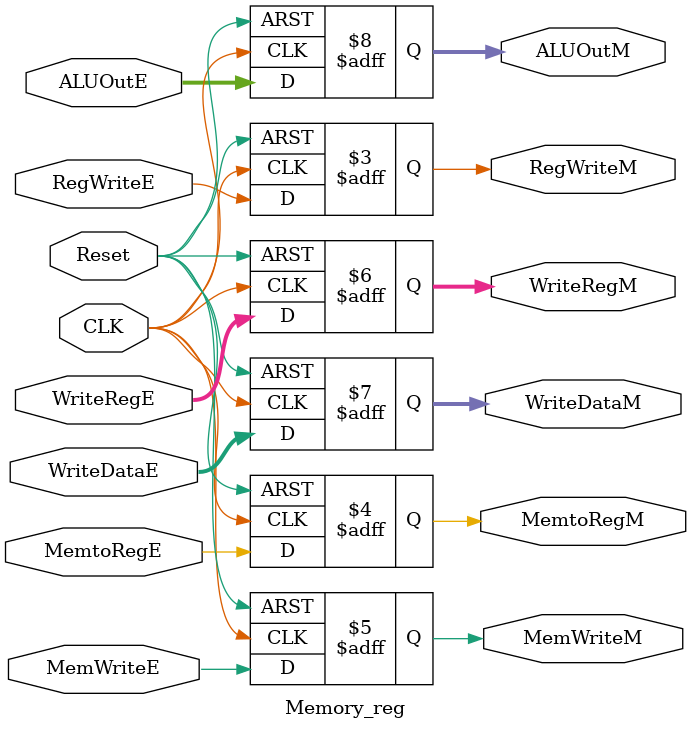
<source format=v>
module Memory_reg (
    // input & output ports
    input   wire             CLK,   
    input   wire             Reset,
    input   wire             RegWriteE,
    input   wire             MemtoRegE,
    input   wire             MemWriteE,
    input   wire    [4:0]    WriteRegE,
    input   wire    [31:0]   WriteDataE,
    input   wire    [31:0]   ALUOutE,
    output  reg              RegWriteM,
    output  reg              MemtoRegM,
    output  reg              MemWriteM,
    output  reg     [4:0]    WriteRegM,
    output  reg     [31:0]   WriteDataM,
    output  reg     [31:0]   ALUOutM
);

always @(posedge CLK, negedge Reset) begin
    if (!Reset) begin
        RegWriteM  <= 0;
        MemtoRegM  <= 0;
        MemWriteM  <= 0;
        WriteRegM  <= 0;
        WriteDataM <= 0;
        ALUOutM    <= 0;
    end
    else begin
        RegWriteM  <= RegWriteE;
        MemtoRegM  <= MemtoRegE;
        MemWriteM  <= MemWriteE;
        WriteRegM  <= WriteRegE;
        WriteDataM <= WriteDataE;
        ALUOutM    <= ALUOutE;
    end

end
    
endmodule
</source>
